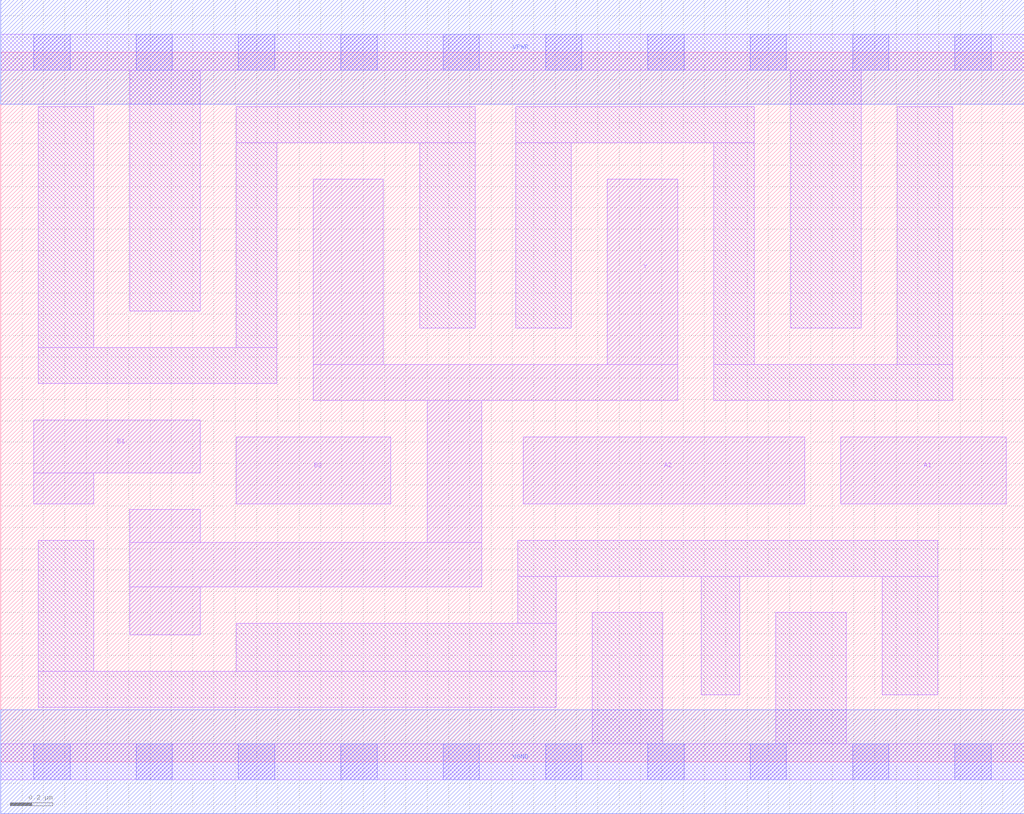
<source format=lef>
# Copyright 2020 The SkyWater PDK Authors
#
# Licensed under the Apache License, Version 2.0 (the "License");
# you may not use this file except in compliance with the License.
# You may obtain a copy of the License at
#
#     https://www.apache.org/licenses/LICENSE-2.0
#
# Unless required by applicable law or agreed to in writing, software
# distributed under the License is distributed on an "AS IS" BASIS,
# WITHOUT WARRANTIES OR CONDITIONS OF ANY KIND, either express or implied.
# See the License for the specific language governing permissions and
# limitations under the License.
#
# SPDX-License-Identifier: Apache-2.0

VERSION 5.7 ;
  NOWIREEXTENSIONATPIN ON ;
  DIVIDERCHAR "/" ;
  BUSBITCHARS "[]" ;
UNITS
  DATABASE MICRONS 200 ;
END UNITS
MACRO sky130_fd_sc_lp__o22ai_2
  CLASS CORE ;
  FOREIGN sky130_fd_sc_lp__o22ai_2 ;
  ORIGIN  0.000000  0.000000 ;
  SIZE  4.800000 BY  3.330000 ;
  SYMMETRY X Y R90 ;
  SITE unit ;
  PIN A1
    ANTENNAGATEAREA  0.630000 ;
    DIRECTION INPUT ;
    USE SIGNAL ;
    PORT
      LAYER li1 ;
        RECT 3.940000 1.210000 4.715000 1.525000 ;
    END
  END A1
  PIN A2
    ANTENNAGATEAREA  0.630000 ;
    DIRECTION INPUT ;
    USE SIGNAL ;
    PORT
      LAYER li1 ;
        RECT 2.450000 1.210000 3.770000 1.525000 ;
    END
  END A2
  PIN B1
    ANTENNAGATEAREA  0.630000 ;
    DIRECTION INPUT ;
    USE SIGNAL ;
    PORT
      LAYER li1 ;
        RECT 0.155000 1.210000 0.435000 1.355000 ;
        RECT 0.155000 1.355000 0.935000 1.605000 ;
    END
  END B1
  PIN B2
    ANTENNAGATEAREA  0.630000 ;
    DIRECTION INPUT ;
    USE SIGNAL ;
    PORT
      LAYER li1 ;
        RECT 1.105000 1.210000 1.830000 1.525000 ;
    END
  END B2
  PIN Y
    ANTENNADIFFAREA  1.176000 ;
    DIRECTION OUTPUT ;
    USE SIGNAL ;
    PORT
      LAYER li1 ;
        RECT 0.605000 0.595000 0.935000 0.820000 ;
        RECT 0.605000 0.820000 2.255000 1.030000 ;
        RECT 0.605000 1.030000 0.935000 1.185000 ;
        RECT 1.465000 1.695000 3.175000 1.865000 ;
        RECT 1.465000 1.865000 1.795000 2.735000 ;
        RECT 2.000000 1.030000 2.255000 1.695000 ;
        RECT 2.845000 1.865000 3.175000 2.735000 ;
    END
  END Y
  PIN VGND
    DIRECTION INOUT ;
    USE GROUND ;
    PORT
      LAYER met1 ;
        RECT 0.000000 -0.245000 4.800000 0.245000 ;
    END
  END VGND
  PIN VPWR
    DIRECTION INOUT ;
    USE POWER ;
    PORT
      LAYER met1 ;
        RECT 0.000000 3.085000 4.800000 3.575000 ;
    END
  END VPWR
  OBS
    LAYER li1 ;
      RECT 0.000000 -0.085000 4.800000 0.085000 ;
      RECT 0.000000  3.245000 4.800000 3.415000 ;
      RECT 0.175000  0.255000 2.605000 0.425000 ;
      RECT 0.175000  0.425000 0.435000 1.040000 ;
      RECT 0.175000  1.775000 1.295000 1.945000 ;
      RECT 0.175000  1.945000 0.435000 3.075000 ;
      RECT 0.605000  2.115000 0.935000 3.245000 ;
      RECT 1.105000  0.425000 2.605000 0.650000 ;
      RECT 1.105000  1.945000 1.295000 2.905000 ;
      RECT 1.105000  2.905000 2.225000 3.075000 ;
      RECT 1.965000  2.035000 2.225000 2.905000 ;
      RECT 2.415000  2.035000 2.675000 2.905000 ;
      RECT 2.415000  2.905000 3.535000 3.075000 ;
      RECT 2.425000  0.650000 2.605000 0.870000 ;
      RECT 2.425000  0.870000 4.395000 1.040000 ;
      RECT 2.775000  0.085000 3.105000 0.700000 ;
      RECT 3.285000  0.315000 3.465000 0.870000 ;
      RECT 3.345000  1.695000 4.465000 1.865000 ;
      RECT 3.345000  1.865000 3.535000 2.905000 ;
      RECT 3.635000  0.085000 3.965000 0.700000 ;
      RECT 3.705000  2.035000 4.035000 3.245000 ;
      RECT 4.135000  0.315000 4.395000 0.870000 ;
      RECT 4.205000  1.865000 4.465000 3.075000 ;
    LAYER mcon ;
      RECT 0.155000 -0.085000 0.325000 0.085000 ;
      RECT 0.155000  3.245000 0.325000 3.415000 ;
      RECT 0.635000 -0.085000 0.805000 0.085000 ;
      RECT 0.635000  3.245000 0.805000 3.415000 ;
      RECT 1.115000 -0.085000 1.285000 0.085000 ;
      RECT 1.115000  3.245000 1.285000 3.415000 ;
      RECT 1.595000 -0.085000 1.765000 0.085000 ;
      RECT 1.595000  3.245000 1.765000 3.415000 ;
      RECT 2.075000 -0.085000 2.245000 0.085000 ;
      RECT 2.075000  3.245000 2.245000 3.415000 ;
      RECT 2.555000 -0.085000 2.725000 0.085000 ;
      RECT 2.555000  3.245000 2.725000 3.415000 ;
      RECT 3.035000 -0.085000 3.205000 0.085000 ;
      RECT 3.035000  3.245000 3.205000 3.415000 ;
      RECT 3.515000 -0.085000 3.685000 0.085000 ;
      RECT 3.515000  3.245000 3.685000 3.415000 ;
      RECT 3.995000 -0.085000 4.165000 0.085000 ;
      RECT 3.995000  3.245000 4.165000 3.415000 ;
      RECT 4.475000 -0.085000 4.645000 0.085000 ;
      RECT 4.475000  3.245000 4.645000 3.415000 ;
  END
END sky130_fd_sc_lp__o22ai_2
END LIBRARY

</source>
